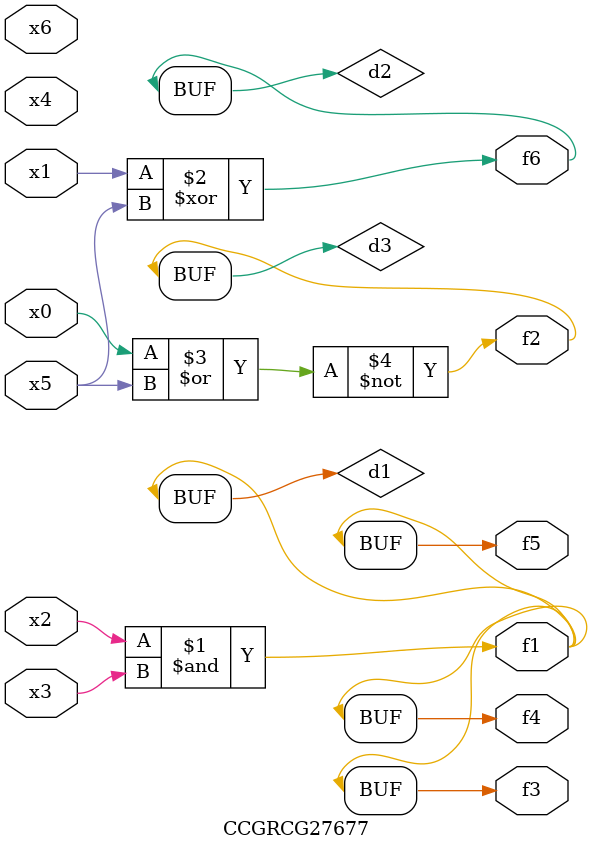
<source format=v>
module CCGRCG27677(
	input x0, x1, x2, x3, x4, x5, x6,
	output f1, f2, f3, f4, f5, f6
);

	wire d1, d2, d3;

	and (d1, x2, x3);
	xor (d2, x1, x5);
	nor (d3, x0, x5);
	assign f1 = d1;
	assign f2 = d3;
	assign f3 = d1;
	assign f4 = d1;
	assign f5 = d1;
	assign f6 = d2;
endmodule

</source>
